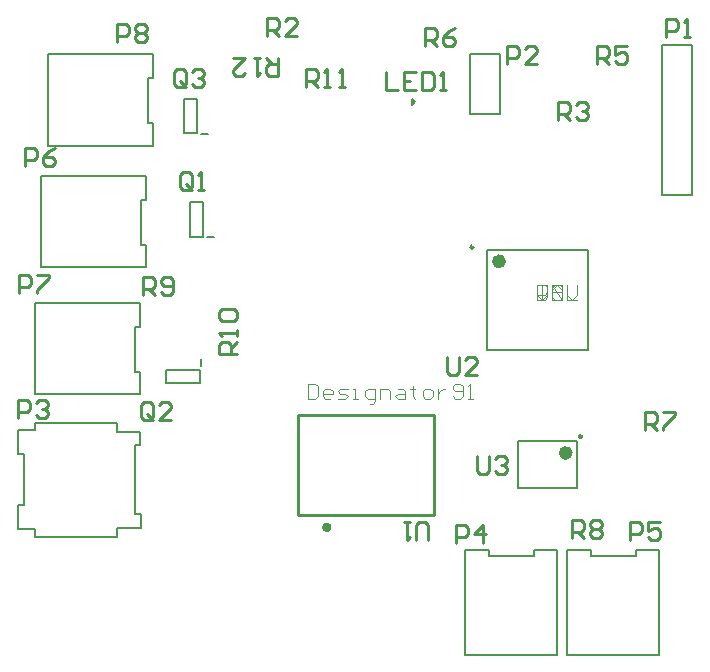
<source format=gto>
G04*
G04 #@! TF.GenerationSoftware,Altium Limited,Altium Designer,19.1.5 (86)*
G04*
G04 Layer_Color=65535*
%FSLAX25Y25*%
%MOIN*%
G70*
G01*
G75*
%ADD10C,0.02362*%
%ADD11C,0.00984*%
%ADD12C,0.03000*%
%ADD13C,0.00787*%
%ADD14C,0.00500*%
%ADD15C,0.00300*%
%ADD16C,0.01000*%
D10*
X394886Y310795D02*
G03*
X394886Y310795I-1181J0D01*
G01*
X417087Y246937D02*
G03*
X417087Y246937I-1181J0D01*
G01*
D11*
X385142Y315520D02*
G03*
X385142Y315520I-492J0D01*
G01*
X421339Y252449D02*
G03*
X421339Y252449I-492J0D01*
G01*
X326862Y226126D02*
X372138D01*
X326862D02*
Y259591D01*
X372138Y226126D02*
Y259591D01*
X326862D02*
X372138D01*
D12*
X336271Y222008D02*
G03*
X336300Y222300I-1458J292D01*
G01*
D13*
X394000Y360000D02*
Y380000D01*
X384000D02*
X394000D01*
X384000Y360000D02*
Y380000D01*
Y360000D02*
X394000D01*
X448000Y383000D02*
X458000D01*
Y333000D02*
Y383000D01*
X448000Y333000D02*
Y383000D01*
Y333000D02*
X458000D01*
X389768Y281268D02*
X423232D01*
X389768Y314732D02*
X423232D01*
Y281268D02*
Y314732D01*
X389768Y281268D02*
Y314732D01*
X293968Y270157D02*
Y274488D01*
X282551Y270157D02*
X293968D01*
X282551D02*
Y274488D01*
X293968D01*
X294205Y275866D02*
Y278130D01*
X400157Y235126D02*
Y250874D01*
X419843Y235126D02*
Y250874D01*
X400157Y235126D02*
X419843D01*
X400157Y250874D02*
X419843D01*
X296366Y318815D02*
X298630D01*
X294988Y319051D02*
Y330468D01*
X290657D02*
X294988D01*
X290657Y319051D02*
Y330468D01*
Y319051D02*
X294988D01*
X294366Y353315D02*
X296630D01*
X292988Y353551D02*
Y364968D01*
X288657D02*
X292988D01*
X288657Y353551D02*
Y364968D01*
Y353551D02*
X292988D01*
D14*
X243500Y379874D02*
X271083D01*
X278500D01*
X243500Y349374D02*
X270709D01*
X243500D02*
Y379874D01*
X278500Y371874D02*
Y379874D01*
X276709Y371874D02*
X278500D01*
X276709Y366701D02*
Y371874D01*
Y362173D02*
Y366701D01*
Y356874D02*
Y362173D01*
Y356874D02*
X278500D01*
Y349374D02*
Y356874D01*
X270709Y349374D02*
X278500D01*
X382500Y179500D02*
Y207083D01*
Y214500D01*
X413000Y179500D02*
Y206709D01*
X382500Y179500D02*
X413000D01*
X382500Y214500D02*
X390500D01*
Y212709D02*
Y214500D01*
Y212709D02*
X395673D01*
X400201D01*
X405500D01*
Y214500D01*
X413000D01*
Y206709D02*
Y214500D01*
X416500Y179500D02*
Y207083D01*
Y214500D01*
X447000Y179500D02*
Y206709D01*
X416500Y179500D02*
X447000D01*
X416500Y214500D02*
X424500D01*
Y212709D02*
Y214500D01*
Y212709D02*
X429673D01*
X434201D01*
X439500D01*
Y214500D01*
X447000D01*
Y206709D02*
Y214500D01*
X233500Y246500D02*
Y254500D01*
Y221500D02*
Y229500D01*
X235500D02*
Y246500D01*
X233500D02*
X235500D01*
X233500Y229500D02*
X235500D01*
X239000Y219000D02*
Y221500D01*
Y254500D02*
Y257000D01*
X233500Y254500D02*
X239000D01*
X233500Y221500D02*
X239000D01*
X266500Y219000D02*
Y222000D01*
X239000Y219000D02*
X266500D01*
X239000Y257000D02*
X266500D01*
Y254000D02*
Y257000D01*
Y222000D02*
X274500D01*
Y226500D01*
X272209D02*
X274500D01*
X272209Y249500D02*
X274000D01*
Y254000D01*
X266500D02*
X274000D01*
X272209Y226500D02*
Y235862D01*
Y240390D01*
Y249500D01*
X364760Y363016D02*
X365744Y364000D01*
X364760Y363016D02*
Y364984D01*
X365744Y364000D01*
X266209Y266500D02*
X274000D01*
Y274000D01*
X272209D02*
X274000D01*
X272209D02*
Y279299D01*
Y283827D01*
Y289000D01*
X274000D01*
Y297000D01*
X239000Y266500D02*
Y297000D01*
Y266500D02*
X266209D01*
X266583Y297000D02*
X274000D01*
X239000D02*
X266583D01*
X268209Y308874D02*
X276000D01*
Y316374D01*
X274209D02*
X276000D01*
X274209D02*
Y321673D01*
Y326201D01*
Y331374D01*
X276000D01*
Y339374D01*
X241000Y308874D02*
Y339374D01*
Y308874D02*
X268209D01*
X268583Y339374D02*
X276000D01*
X241000D02*
X268583D01*
D15*
X330000Y269998D02*
Y265000D01*
X332499D01*
X333332Y265833D01*
Y269165D01*
X332499Y269998D01*
X330000D01*
X337498Y265000D02*
X335831D01*
X334998Y265833D01*
Y267499D01*
X335831Y268332D01*
X337498D01*
X338331Y267499D01*
Y266666D01*
X334998D01*
X339997Y265000D02*
X342496D01*
X343329Y265833D01*
X342496Y266666D01*
X340830D01*
X339997Y267499D01*
X340830Y268332D01*
X343329D01*
X344995Y265000D02*
X346661D01*
X345828D01*
Y268332D01*
X344995D01*
X350827Y263334D02*
X351660D01*
X352493Y264167D01*
Y268332D01*
X349993D01*
X349161Y267499D01*
Y265833D01*
X349993Y265000D01*
X352493D01*
X354159D02*
Y268332D01*
X356658D01*
X357491Y267499D01*
Y265000D01*
X359990Y268332D02*
X361656D01*
X362490Y267499D01*
Y265000D01*
X359990D01*
X359157Y265833D01*
X359990Y266666D01*
X362490D01*
X364989Y269165D02*
Y268332D01*
X364156D01*
X365822D01*
X364989D01*
Y265833D01*
X365822Y265000D01*
X369154D02*
X370820D01*
X371653Y265833D01*
Y267499D01*
X370820Y268332D01*
X369154D01*
X368321Y267499D01*
Y265833D01*
X369154Y265000D01*
X373319Y268332D02*
Y265000D01*
Y266666D01*
X374152Y267499D01*
X374985Y268332D01*
X375818D01*
X378318Y265833D02*
X379151Y265000D01*
X380817D01*
X381650Y265833D01*
Y269165D01*
X380817Y269998D01*
X379151D01*
X378318Y269165D01*
Y268332D01*
X379151Y267499D01*
X381650D01*
X383316Y265000D02*
X384982D01*
X384149D01*
Y269998D01*
X383316Y269165D01*
X406500Y302998D02*
X409832D01*
X408166D01*
Y298000D01*
X413998Y302998D02*
X412331D01*
X411498Y302165D01*
Y298833D01*
X412331Y298000D01*
X413998D01*
X414831Y298833D01*
Y302165D01*
X413998Y302998D01*
X416497D02*
Y298000D01*
X419829D01*
X406500Y302998D02*
Y299666D01*
X408166Y298000D01*
X409832Y299666D01*
Y302998D01*
X411498Y298000D02*
Y301332D01*
X413165Y302998D01*
X414831Y301332D01*
Y298000D01*
Y300499D01*
X411498D01*
X416497Y302998D02*
Y298000D01*
X419829D01*
X406500D02*
Y302998D01*
X408999D01*
X409832Y302165D01*
Y300499D01*
X408999Y299666D01*
X406500D01*
X411498Y298000D02*
Y302998D01*
X414831Y298000D01*
Y302998D01*
X406500D02*
Y298000D01*
X408999D01*
X409832Y298833D01*
Y302165D01*
X408999Y302998D01*
X406500D01*
X414831D02*
X411498D01*
Y298000D01*
X414831D01*
X411498Y300499D02*
X413165D01*
X416497Y302998D02*
Y299666D01*
X418163Y298000D01*
X419829Y299666D01*
Y302998D01*
D16*
X376500Y278998D02*
Y274000D01*
X377500Y273000D01*
X379499D01*
X380499Y274000D01*
Y278998D01*
X386497Y273000D02*
X382498D01*
X386497Y276999D01*
Y277998D01*
X385497Y278998D01*
X383498D01*
X382498Y277998D01*
X289321Y370036D02*
Y374035D01*
X288322Y375034D01*
X286322D01*
X285323Y374035D01*
Y370036D01*
X286322Y369036D01*
X288322D01*
X287322Y371036D02*
X289321Y369036D01*
X288322D02*
X289321Y370036D01*
X291321Y374035D02*
X292320Y375034D01*
X294320D01*
X295320Y374035D01*
Y373035D01*
X294320Y372035D01*
X293320D01*
X294320D01*
X295320Y371036D01*
Y370036D01*
X294320Y369036D01*
X292320D01*
X291321Y370036D01*
X278499Y259000D02*
Y262998D01*
X277499Y263998D01*
X275500D01*
X274500Y262998D01*
Y259000D01*
X275500Y258000D01*
X277499D01*
X276499Y259999D02*
X278499Y258000D01*
X277499D02*
X278499Y259000D01*
X284497Y258000D02*
X280498D01*
X284497Y261999D01*
Y262998D01*
X283497Y263998D01*
X281498D01*
X280498Y262998D01*
X291321Y335536D02*
Y339535D01*
X290322Y340534D01*
X288322D01*
X287323Y339535D01*
Y335536D01*
X288322Y334536D01*
X290322D01*
X289322Y336536D02*
X291321Y334536D01*
X290322D02*
X291321Y335536D01*
X293321Y334536D02*
X295320D01*
X294321D01*
Y340534D01*
X293321Y339535D01*
X386500Y245998D02*
Y241000D01*
X387500Y240000D01*
X389499D01*
X390499Y241000D01*
Y245998D01*
X392498Y244998D02*
X393498Y245998D01*
X395497D01*
X396497Y244998D01*
Y243999D01*
X395497Y242999D01*
X394497D01*
X395497D01*
X396497Y241999D01*
Y241000D01*
X395497Y240000D01*
X393498D01*
X392498Y241000D01*
X370000Y218002D02*
Y223000D01*
X369000Y224000D01*
X367001D01*
X366001Y223000D01*
Y218002D01*
X364002Y224000D02*
X362003D01*
X363002D01*
Y218002D01*
X364002Y219002D01*
X320000Y378500D02*
Y372502D01*
X317001D01*
X316001Y373502D01*
Y375501D01*
X317001Y376501D01*
X320000D01*
X318001D02*
X316001Y378500D01*
X314002D02*
X312003D01*
X313002D01*
Y372502D01*
X314002Y373502D01*
X305005Y378500D02*
X309004D01*
X305005Y374501D01*
Y373502D01*
X306005Y372502D01*
X308004D01*
X309004Y373502D01*
X329500Y369000D02*
Y374998D01*
X332499D01*
X333499Y373998D01*
Y371999D01*
X332499Y370999D01*
X329500D01*
X331499D02*
X333499Y369000D01*
X335498D02*
X337497D01*
X336498D01*
Y374998D01*
X335498Y373998D01*
X340496Y369000D02*
X342496D01*
X341496D01*
Y374998D01*
X340496Y373998D01*
X306500Y280000D02*
X300502D01*
Y282999D01*
X301502Y283999D01*
X303501D01*
X304501Y282999D01*
Y280000D01*
Y281999D02*
X306500Y283999D01*
Y285998D02*
Y287997D01*
Y286998D01*
X300502D01*
X301502Y285998D01*
Y290996D02*
X300502Y291996D01*
Y293995D01*
X301502Y294995D01*
X305500D01*
X306500Y293995D01*
Y291996D01*
X305500Y290996D01*
X301502D01*
X275000Y299500D02*
Y305498D01*
X277999D01*
X278999Y304498D01*
Y302499D01*
X277999Y301499D01*
X275000D01*
X276999D02*
X278999Y299500D01*
X280998Y300500D02*
X281998Y299500D01*
X283997D01*
X284997Y300500D01*
Y304498D01*
X283997Y305498D01*
X281998D01*
X280998Y304498D01*
Y303499D01*
X281998Y302499D01*
X284997D01*
X418000Y218500D02*
Y224498D01*
X420999D01*
X421999Y223498D01*
Y221499D01*
X420999Y220499D01*
X418000D01*
X419999D02*
X421999Y218500D01*
X423998Y223498D02*
X424998Y224498D01*
X426997D01*
X427997Y223498D01*
Y222499D01*
X426997Y221499D01*
X427997Y220499D01*
Y219500D01*
X426997Y218500D01*
X424998D01*
X423998Y219500D01*
Y220499D01*
X424998Y221499D01*
X423998Y222499D01*
Y223498D01*
X424998Y221499D02*
X426997D01*
X442500Y254500D02*
Y260498D01*
X445499D01*
X446499Y259498D01*
Y257499D01*
X445499Y256499D01*
X442500D01*
X444499D02*
X446499Y254500D01*
X448498Y260498D02*
X452497D01*
Y259498D01*
X448498Y255500D01*
Y254500D01*
X369000Y382500D02*
Y388498D01*
X371999D01*
X372999Y387498D01*
Y385499D01*
X371999Y384499D01*
X369000D01*
X370999D02*
X372999Y382500D01*
X378997Y388498D02*
X376997Y387498D01*
X374998Y385499D01*
Y383500D01*
X375998Y382500D01*
X377997D01*
X378997Y383500D01*
Y384499D01*
X377997Y385499D01*
X374998D01*
X426500Y376500D02*
Y382498D01*
X429499D01*
X430499Y381498D01*
Y379499D01*
X429499Y378499D01*
X426500D01*
X428499D02*
X430499Y376500D01*
X436497Y382498D02*
X432498D01*
Y379499D01*
X434497Y380499D01*
X435497D01*
X436497Y379499D01*
Y377500D01*
X435497Y376500D01*
X433498D01*
X432498Y377500D01*
X413500Y358000D02*
Y363998D01*
X416499D01*
X417499Y362998D01*
Y360999D01*
X416499Y359999D01*
X413500D01*
X415499D02*
X417499Y358000D01*
X419498Y362998D02*
X420498Y363998D01*
X422497D01*
X423497Y362998D01*
Y361999D01*
X422497Y360999D01*
X421497D01*
X422497D01*
X423497Y359999D01*
Y359000D01*
X422497Y358000D01*
X420498D01*
X419498Y359000D01*
X316500Y386000D02*
Y391998D01*
X319499D01*
X320499Y390998D01*
Y388999D01*
X319499Y387999D01*
X316500D01*
X318499D02*
X320499Y386000D01*
X326497D02*
X322498D01*
X326497Y389999D01*
Y390998D01*
X325497Y391998D01*
X323498D01*
X322498Y390998D01*
X266500Y384000D02*
Y389998D01*
X269499D01*
X270499Y388998D01*
Y386999D01*
X269499Y385999D01*
X266500D01*
X272498Y388998D02*
X273498Y389998D01*
X275497D01*
X276497Y388998D01*
Y387999D01*
X275497Y386999D01*
X276497Y385999D01*
Y385000D01*
X275497Y384000D01*
X273498D01*
X272498Y385000D01*
Y385999D01*
X273498Y386999D01*
X272498Y387999D01*
Y388998D01*
X273498Y386999D02*
X275497D01*
X233700Y300226D02*
Y306224D01*
X236699D01*
X237699Y305224D01*
Y303225D01*
X236699Y302225D01*
X233700D01*
X239698Y306224D02*
X243697D01*
Y305224D01*
X239698Y301226D01*
Y300226D01*
X235700Y342626D02*
Y348624D01*
X238699D01*
X239699Y347624D01*
Y345625D01*
X238699Y344625D01*
X235700D01*
X245697Y348624D02*
X243697Y347624D01*
X241698Y345625D01*
Y343626D01*
X242698Y342626D01*
X244697D01*
X245697Y343626D01*
Y344625D01*
X244697Y345625D01*
X241698D01*
X437500Y218000D02*
Y223998D01*
X440499D01*
X441499Y222998D01*
Y220999D01*
X440499Y219999D01*
X437500D01*
X447497Y223998D02*
X443498D01*
Y220999D01*
X445497Y221999D01*
X446497D01*
X447497Y220999D01*
Y219000D01*
X446497Y218000D01*
X444498D01*
X443498Y219000D01*
X379500Y217000D02*
Y222998D01*
X382499D01*
X383499Y221998D01*
Y219999D01*
X382499Y218999D01*
X379500D01*
X388497Y217000D02*
Y222998D01*
X385498Y219999D01*
X389497D01*
X356000Y373998D02*
Y368000D01*
X359999D01*
X365997Y373998D02*
X361998D01*
Y368000D01*
X365997D01*
X361998Y370999D02*
X363997D01*
X367996Y373998D02*
Y368000D01*
X370995D01*
X371995Y369000D01*
Y372998D01*
X370995Y373998D01*
X367996D01*
X373994Y368000D02*
X375993D01*
X374994D01*
Y373998D01*
X373994Y372998D01*
X233500Y258500D02*
Y264498D01*
X236499D01*
X237499Y263498D01*
Y261499D01*
X236499Y260499D01*
X233500D01*
X239498Y263498D02*
X240498Y264498D01*
X242497D01*
X243497Y263498D01*
Y262499D01*
X242497Y261499D01*
X241497D01*
X242497D01*
X243497Y260499D01*
Y259500D01*
X242497Y258500D01*
X240498D01*
X239498Y259500D01*
X396500Y376500D02*
Y382498D01*
X399499D01*
X400499Y381498D01*
Y379499D01*
X399499Y378499D01*
X396500D01*
X406497Y376500D02*
X402498D01*
X406497Y380499D01*
Y381498D01*
X405497Y382498D01*
X403498D01*
X402498Y381498D01*
X449500Y385500D02*
Y391498D01*
X452499D01*
X453499Y390498D01*
Y388499D01*
X452499Y387499D01*
X449500D01*
X455498Y385500D02*
X457497D01*
X456498D01*
Y391498D01*
X455498Y390498D01*
M02*

</source>
